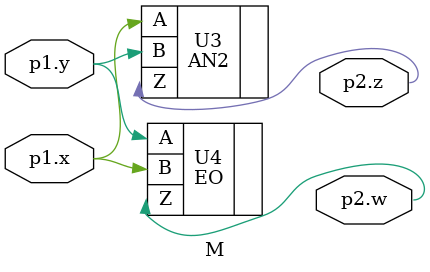
<source format=v>


module M ( \p1.y , \p1.x , \p2.z , \p2.w  );
  input \p1.y , \p1.x ;
  output \p2.z , \p2.w ;


  AN2 U3 ( .A(\p1.x ), .B(\p1.y ), .Z(\p2.z ) );
  EO U4 ( .A(\p1.y ), .B(\p1.x ), .Z(\p2.w ) );
endmodule


</source>
